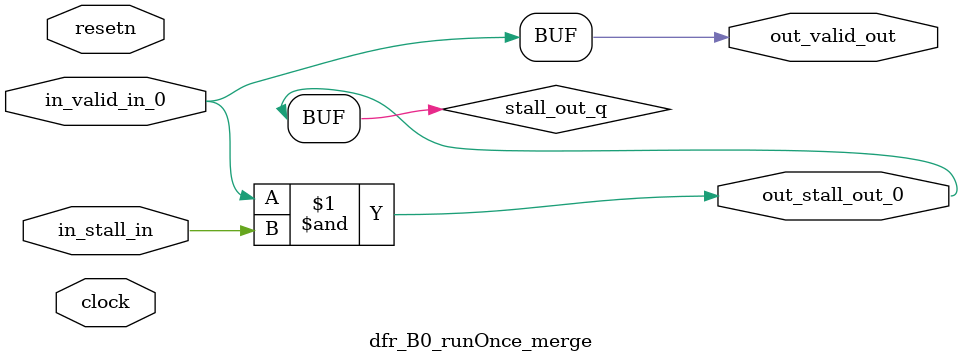
<source format=sv>



(* altera_attribute = "-name AUTO_SHIFT_REGISTER_RECOGNITION OFF; -name MESSAGE_DISABLE 10036; -name MESSAGE_DISABLE 10037; -name MESSAGE_DISABLE 14130; -name MESSAGE_DISABLE 14320; -name MESSAGE_DISABLE 15400; -name MESSAGE_DISABLE 14130; -name MESSAGE_DISABLE 10036; -name MESSAGE_DISABLE 12020; -name MESSAGE_DISABLE 12030; -name MESSAGE_DISABLE 12010; -name MESSAGE_DISABLE 12110; -name MESSAGE_DISABLE 14320; -name MESSAGE_DISABLE 13410; -name MESSAGE_DISABLE 113007; -name MESSAGE_DISABLE 10958" *)
module dfr_B0_runOnce_merge (
    input wire [0:0] in_stall_in,
    input wire [0:0] in_valid_in_0,
    output wire [0:0] out_stall_out_0,
    output wire [0:0] out_valid_out,
    input wire clock,
    input wire resetn
    );

    wire [0:0] stall_out_q;


    // stall_out(LOGICAL,6)
    assign stall_out_q = in_valid_in_0 & in_stall_in;

    // out_stall_out_0(GPOUT,4)
    assign out_stall_out_0 = stall_out_q;

    // out_valid_out(GPOUT,5)
    assign out_valid_out = in_valid_in_0;

endmodule

</source>
